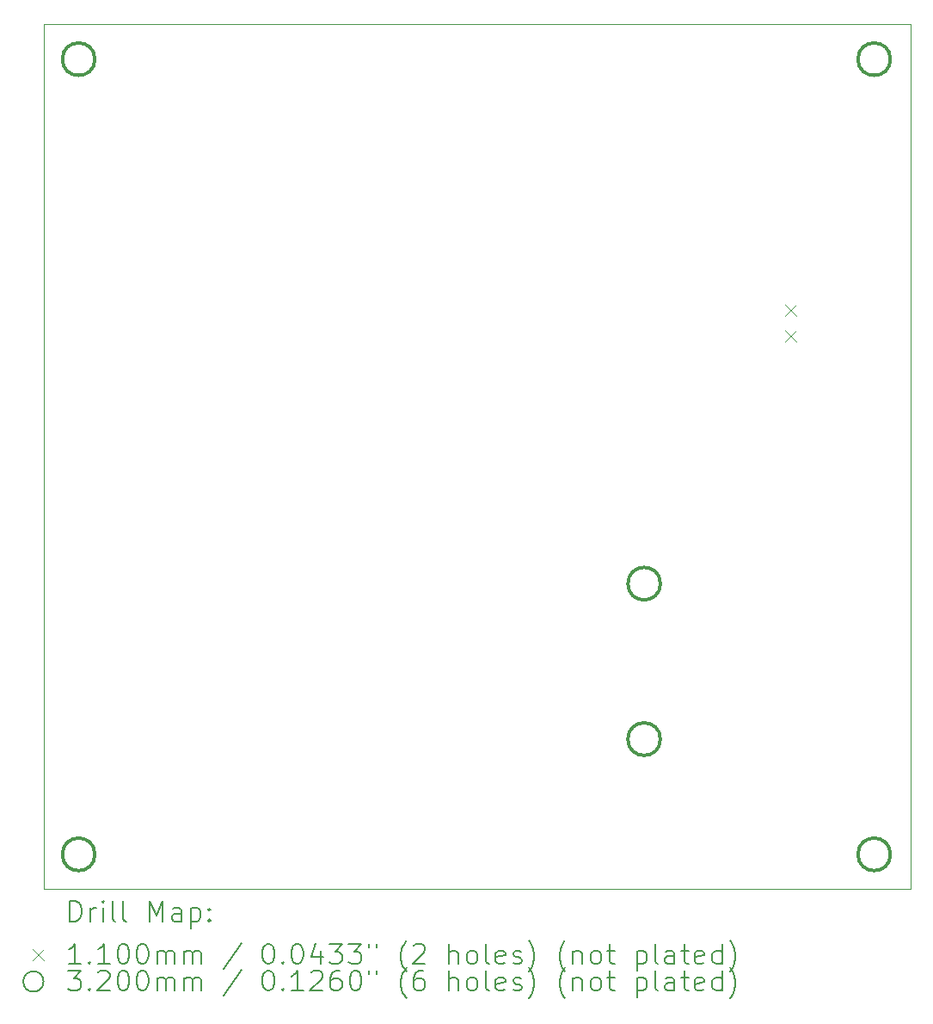
<source format=gbr>
%TF.GenerationSoftware,KiCad,Pcbnew,7.0.7*%
%TF.CreationDate,2023-11-09T13:22:12-08:00*%
%TF.ProjectId,Balance_Bot,42616c61-6e63-4655-9f42-6f742e6b6963,rev?*%
%TF.SameCoordinates,Original*%
%TF.FileFunction,Drillmap*%
%TF.FilePolarity,Positive*%
%FSLAX45Y45*%
G04 Gerber Fmt 4.5, Leading zero omitted, Abs format (unit mm)*
G04 Created by KiCad (PCBNEW 7.0.7) date 2023-11-09 13:22:12*
%MOMM*%
%LPD*%
G01*
G04 APERTURE LIST*
%ADD10C,0.100000*%
%ADD11C,0.200000*%
%ADD12C,0.110000*%
%ADD13C,0.320000*%
G04 APERTURE END LIST*
D10*
X11951700Y-6102100D02*
X20485100Y-6102100D01*
X20485100Y-14611100D01*
X11951700Y-14611100D01*
X11951700Y-6102100D01*
D11*
D12*
X19249000Y-8860400D02*
X19359000Y-8970400D01*
X19359000Y-8860400D02*
X19249000Y-8970400D01*
X19249000Y-9114400D02*
X19359000Y-9224400D01*
X19359000Y-9114400D02*
X19249000Y-9224400D01*
D13*
X12451900Y-6444600D02*
G75*
G03*
X12451900Y-6444600I-160000J0D01*
G01*
X12451900Y-14268600D02*
G75*
G03*
X12451900Y-14268600I-160000J0D01*
G01*
X18020000Y-11605000D02*
G75*
G03*
X18020000Y-11605000I-160000J0D01*
G01*
X18020000Y-13135000D02*
G75*
G03*
X18020000Y-13135000I-160000J0D01*
G01*
X20284900Y-6444600D02*
G75*
G03*
X20284900Y-6444600I-160000J0D01*
G01*
X20284900Y-14268600D02*
G75*
G03*
X20284900Y-14268600I-160000J0D01*
G01*
D11*
X12207477Y-14927584D02*
X12207477Y-14727584D01*
X12207477Y-14727584D02*
X12255096Y-14727584D01*
X12255096Y-14727584D02*
X12283667Y-14737108D01*
X12283667Y-14737108D02*
X12302715Y-14756155D01*
X12302715Y-14756155D02*
X12312239Y-14775203D01*
X12312239Y-14775203D02*
X12321762Y-14813298D01*
X12321762Y-14813298D02*
X12321762Y-14841869D01*
X12321762Y-14841869D02*
X12312239Y-14879965D01*
X12312239Y-14879965D02*
X12302715Y-14899012D01*
X12302715Y-14899012D02*
X12283667Y-14918060D01*
X12283667Y-14918060D02*
X12255096Y-14927584D01*
X12255096Y-14927584D02*
X12207477Y-14927584D01*
X12407477Y-14927584D02*
X12407477Y-14794250D01*
X12407477Y-14832346D02*
X12417001Y-14813298D01*
X12417001Y-14813298D02*
X12426524Y-14803774D01*
X12426524Y-14803774D02*
X12445572Y-14794250D01*
X12445572Y-14794250D02*
X12464620Y-14794250D01*
X12531286Y-14927584D02*
X12531286Y-14794250D01*
X12531286Y-14727584D02*
X12521762Y-14737108D01*
X12521762Y-14737108D02*
X12531286Y-14746631D01*
X12531286Y-14746631D02*
X12540810Y-14737108D01*
X12540810Y-14737108D02*
X12531286Y-14727584D01*
X12531286Y-14727584D02*
X12531286Y-14746631D01*
X12655096Y-14927584D02*
X12636048Y-14918060D01*
X12636048Y-14918060D02*
X12626524Y-14899012D01*
X12626524Y-14899012D02*
X12626524Y-14727584D01*
X12759858Y-14927584D02*
X12740810Y-14918060D01*
X12740810Y-14918060D02*
X12731286Y-14899012D01*
X12731286Y-14899012D02*
X12731286Y-14727584D01*
X12988429Y-14927584D02*
X12988429Y-14727584D01*
X12988429Y-14727584D02*
X13055096Y-14870441D01*
X13055096Y-14870441D02*
X13121762Y-14727584D01*
X13121762Y-14727584D02*
X13121762Y-14927584D01*
X13302715Y-14927584D02*
X13302715Y-14822822D01*
X13302715Y-14822822D02*
X13293191Y-14803774D01*
X13293191Y-14803774D02*
X13274143Y-14794250D01*
X13274143Y-14794250D02*
X13236048Y-14794250D01*
X13236048Y-14794250D02*
X13217001Y-14803774D01*
X13302715Y-14918060D02*
X13283667Y-14927584D01*
X13283667Y-14927584D02*
X13236048Y-14927584D01*
X13236048Y-14927584D02*
X13217001Y-14918060D01*
X13217001Y-14918060D02*
X13207477Y-14899012D01*
X13207477Y-14899012D02*
X13207477Y-14879965D01*
X13207477Y-14879965D02*
X13217001Y-14860917D01*
X13217001Y-14860917D02*
X13236048Y-14851393D01*
X13236048Y-14851393D02*
X13283667Y-14851393D01*
X13283667Y-14851393D02*
X13302715Y-14841869D01*
X13397953Y-14794250D02*
X13397953Y-14994250D01*
X13397953Y-14803774D02*
X13417001Y-14794250D01*
X13417001Y-14794250D02*
X13455096Y-14794250D01*
X13455096Y-14794250D02*
X13474143Y-14803774D01*
X13474143Y-14803774D02*
X13483667Y-14813298D01*
X13483667Y-14813298D02*
X13493191Y-14832346D01*
X13493191Y-14832346D02*
X13493191Y-14889488D01*
X13493191Y-14889488D02*
X13483667Y-14908536D01*
X13483667Y-14908536D02*
X13474143Y-14918060D01*
X13474143Y-14918060D02*
X13455096Y-14927584D01*
X13455096Y-14927584D02*
X13417001Y-14927584D01*
X13417001Y-14927584D02*
X13397953Y-14918060D01*
X13578905Y-14908536D02*
X13588429Y-14918060D01*
X13588429Y-14918060D02*
X13578905Y-14927584D01*
X13578905Y-14927584D02*
X13569382Y-14918060D01*
X13569382Y-14918060D02*
X13578905Y-14908536D01*
X13578905Y-14908536D02*
X13578905Y-14927584D01*
X13578905Y-14803774D02*
X13588429Y-14813298D01*
X13588429Y-14813298D02*
X13578905Y-14822822D01*
X13578905Y-14822822D02*
X13569382Y-14813298D01*
X13569382Y-14813298D02*
X13578905Y-14803774D01*
X13578905Y-14803774D02*
X13578905Y-14822822D01*
D12*
X11836700Y-15201100D02*
X11946700Y-15311100D01*
X11946700Y-15201100D02*
X11836700Y-15311100D01*
D11*
X12312239Y-15347584D02*
X12197953Y-15347584D01*
X12255096Y-15347584D02*
X12255096Y-15147584D01*
X12255096Y-15147584D02*
X12236048Y-15176155D01*
X12236048Y-15176155D02*
X12217001Y-15195203D01*
X12217001Y-15195203D02*
X12197953Y-15204727D01*
X12397953Y-15328536D02*
X12407477Y-15338060D01*
X12407477Y-15338060D02*
X12397953Y-15347584D01*
X12397953Y-15347584D02*
X12388429Y-15338060D01*
X12388429Y-15338060D02*
X12397953Y-15328536D01*
X12397953Y-15328536D02*
X12397953Y-15347584D01*
X12597953Y-15347584D02*
X12483667Y-15347584D01*
X12540810Y-15347584D02*
X12540810Y-15147584D01*
X12540810Y-15147584D02*
X12521762Y-15176155D01*
X12521762Y-15176155D02*
X12502715Y-15195203D01*
X12502715Y-15195203D02*
X12483667Y-15204727D01*
X12721762Y-15147584D02*
X12740810Y-15147584D01*
X12740810Y-15147584D02*
X12759858Y-15157108D01*
X12759858Y-15157108D02*
X12769382Y-15166631D01*
X12769382Y-15166631D02*
X12778905Y-15185679D01*
X12778905Y-15185679D02*
X12788429Y-15223774D01*
X12788429Y-15223774D02*
X12788429Y-15271393D01*
X12788429Y-15271393D02*
X12778905Y-15309488D01*
X12778905Y-15309488D02*
X12769382Y-15328536D01*
X12769382Y-15328536D02*
X12759858Y-15338060D01*
X12759858Y-15338060D02*
X12740810Y-15347584D01*
X12740810Y-15347584D02*
X12721762Y-15347584D01*
X12721762Y-15347584D02*
X12702715Y-15338060D01*
X12702715Y-15338060D02*
X12693191Y-15328536D01*
X12693191Y-15328536D02*
X12683667Y-15309488D01*
X12683667Y-15309488D02*
X12674143Y-15271393D01*
X12674143Y-15271393D02*
X12674143Y-15223774D01*
X12674143Y-15223774D02*
X12683667Y-15185679D01*
X12683667Y-15185679D02*
X12693191Y-15166631D01*
X12693191Y-15166631D02*
X12702715Y-15157108D01*
X12702715Y-15157108D02*
X12721762Y-15147584D01*
X12912239Y-15147584D02*
X12931286Y-15147584D01*
X12931286Y-15147584D02*
X12950334Y-15157108D01*
X12950334Y-15157108D02*
X12959858Y-15166631D01*
X12959858Y-15166631D02*
X12969382Y-15185679D01*
X12969382Y-15185679D02*
X12978905Y-15223774D01*
X12978905Y-15223774D02*
X12978905Y-15271393D01*
X12978905Y-15271393D02*
X12969382Y-15309488D01*
X12969382Y-15309488D02*
X12959858Y-15328536D01*
X12959858Y-15328536D02*
X12950334Y-15338060D01*
X12950334Y-15338060D02*
X12931286Y-15347584D01*
X12931286Y-15347584D02*
X12912239Y-15347584D01*
X12912239Y-15347584D02*
X12893191Y-15338060D01*
X12893191Y-15338060D02*
X12883667Y-15328536D01*
X12883667Y-15328536D02*
X12874143Y-15309488D01*
X12874143Y-15309488D02*
X12864620Y-15271393D01*
X12864620Y-15271393D02*
X12864620Y-15223774D01*
X12864620Y-15223774D02*
X12874143Y-15185679D01*
X12874143Y-15185679D02*
X12883667Y-15166631D01*
X12883667Y-15166631D02*
X12893191Y-15157108D01*
X12893191Y-15157108D02*
X12912239Y-15147584D01*
X13064620Y-15347584D02*
X13064620Y-15214250D01*
X13064620Y-15233298D02*
X13074143Y-15223774D01*
X13074143Y-15223774D02*
X13093191Y-15214250D01*
X13093191Y-15214250D02*
X13121763Y-15214250D01*
X13121763Y-15214250D02*
X13140810Y-15223774D01*
X13140810Y-15223774D02*
X13150334Y-15242822D01*
X13150334Y-15242822D02*
X13150334Y-15347584D01*
X13150334Y-15242822D02*
X13159858Y-15223774D01*
X13159858Y-15223774D02*
X13178905Y-15214250D01*
X13178905Y-15214250D02*
X13207477Y-15214250D01*
X13207477Y-15214250D02*
X13226524Y-15223774D01*
X13226524Y-15223774D02*
X13236048Y-15242822D01*
X13236048Y-15242822D02*
X13236048Y-15347584D01*
X13331286Y-15347584D02*
X13331286Y-15214250D01*
X13331286Y-15233298D02*
X13340810Y-15223774D01*
X13340810Y-15223774D02*
X13359858Y-15214250D01*
X13359858Y-15214250D02*
X13388429Y-15214250D01*
X13388429Y-15214250D02*
X13407477Y-15223774D01*
X13407477Y-15223774D02*
X13417001Y-15242822D01*
X13417001Y-15242822D02*
X13417001Y-15347584D01*
X13417001Y-15242822D02*
X13426524Y-15223774D01*
X13426524Y-15223774D02*
X13445572Y-15214250D01*
X13445572Y-15214250D02*
X13474143Y-15214250D01*
X13474143Y-15214250D02*
X13493191Y-15223774D01*
X13493191Y-15223774D02*
X13502715Y-15242822D01*
X13502715Y-15242822D02*
X13502715Y-15347584D01*
X13893191Y-15138060D02*
X13721763Y-15395203D01*
X14150334Y-15147584D02*
X14169382Y-15147584D01*
X14169382Y-15147584D02*
X14188429Y-15157108D01*
X14188429Y-15157108D02*
X14197953Y-15166631D01*
X14197953Y-15166631D02*
X14207477Y-15185679D01*
X14207477Y-15185679D02*
X14217001Y-15223774D01*
X14217001Y-15223774D02*
X14217001Y-15271393D01*
X14217001Y-15271393D02*
X14207477Y-15309488D01*
X14207477Y-15309488D02*
X14197953Y-15328536D01*
X14197953Y-15328536D02*
X14188429Y-15338060D01*
X14188429Y-15338060D02*
X14169382Y-15347584D01*
X14169382Y-15347584D02*
X14150334Y-15347584D01*
X14150334Y-15347584D02*
X14131286Y-15338060D01*
X14131286Y-15338060D02*
X14121763Y-15328536D01*
X14121763Y-15328536D02*
X14112239Y-15309488D01*
X14112239Y-15309488D02*
X14102715Y-15271393D01*
X14102715Y-15271393D02*
X14102715Y-15223774D01*
X14102715Y-15223774D02*
X14112239Y-15185679D01*
X14112239Y-15185679D02*
X14121763Y-15166631D01*
X14121763Y-15166631D02*
X14131286Y-15157108D01*
X14131286Y-15157108D02*
X14150334Y-15147584D01*
X14302715Y-15328536D02*
X14312239Y-15338060D01*
X14312239Y-15338060D02*
X14302715Y-15347584D01*
X14302715Y-15347584D02*
X14293191Y-15338060D01*
X14293191Y-15338060D02*
X14302715Y-15328536D01*
X14302715Y-15328536D02*
X14302715Y-15347584D01*
X14436048Y-15147584D02*
X14455096Y-15147584D01*
X14455096Y-15147584D02*
X14474144Y-15157108D01*
X14474144Y-15157108D02*
X14483667Y-15166631D01*
X14483667Y-15166631D02*
X14493191Y-15185679D01*
X14493191Y-15185679D02*
X14502715Y-15223774D01*
X14502715Y-15223774D02*
X14502715Y-15271393D01*
X14502715Y-15271393D02*
X14493191Y-15309488D01*
X14493191Y-15309488D02*
X14483667Y-15328536D01*
X14483667Y-15328536D02*
X14474144Y-15338060D01*
X14474144Y-15338060D02*
X14455096Y-15347584D01*
X14455096Y-15347584D02*
X14436048Y-15347584D01*
X14436048Y-15347584D02*
X14417001Y-15338060D01*
X14417001Y-15338060D02*
X14407477Y-15328536D01*
X14407477Y-15328536D02*
X14397953Y-15309488D01*
X14397953Y-15309488D02*
X14388429Y-15271393D01*
X14388429Y-15271393D02*
X14388429Y-15223774D01*
X14388429Y-15223774D02*
X14397953Y-15185679D01*
X14397953Y-15185679D02*
X14407477Y-15166631D01*
X14407477Y-15166631D02*
X14417001Y-15157108D01*
X14417001Y-15157108D02*
X14436048Y-15147584D01*
X14674144Y-15214250D02*
X14674144Y-15347584D01*
X14626525Y-15138060D02*
X14578906Y-15280917D01*
X14578906Y-15280917D02*
X14702715Y-15280917D01*
X14759858Y-15147584D02*
X14883667Y-15147584D01*
X14883667Y-15147584D02*
X14817001Y-15223774D01*
X14817001Y-15223774D02*
X14845572Y-15223774D01*
X14845572Y-15223774D02*
X14864620Y-15233298D01*
X14864620Y-15233298D02*
X14874144Y-15242822D01*
X14874144Y-15242822D02*
X14883667Y-15261869D01*
X14883667Y-15261869D02*
X14883667Y-15309488D01*
X14883667Y-15309488D02*
X14874144Y-15328536D01*
X14874144Y-15328536D02*
X14864620Y-15338060D01*
X14864620Y-15338060D02*
X14845572Y-15347584D01*
X14845572Y-15347584D02*
X14788429Y-15347584D01*
X14788429Y-15347584D02*
X14769382Y-15338060D01*
X14769382Y-15338060D02*
X14759858Y-15328536D01*
X14950334Y-15147584D02*
X15074144Y-15147584D01*
X15074144Y-15147584D02*
X15007477Y-15223774D01*
X15007477Y-15223774D02*
X15036048Y-15223774D01*
X15036048Y-15223774D02*
X15055096Y-15233298D01*
X15055096Y-15233298D02*
X15064620Y-15242822D01*
X15064620Y-15242822D02*
X15074144Y-15261869D01*
X15074144Y-15261869D02*
X15074144Y-15309488D01*
X15074144Y-15309488D02*
X15064620Y-15328536D01*
X15064620Y-15328536D02*
X15055096Y-15338060D01*
X15055096Y-15338060D02*
X15036048Y-15347584D01*
X15036048Y-15347584D02*
X14978906Y-15347584D01*
X14978906Y-15347584D02*
X14959858Y-15338060D01*
X14959858Y-15338060D02*
X14950334Y-15328536D01*
X15150334Y-15147584D02*
X15150334Y-15185679D01*
X15226525Y-15147584D02*
X15226525Y-15185679D01*
X15521763Y-15423774D02*
X15512239Y-15414250D01*
X15512239Y-15414250D02*
X15493191Y-15385679D01*
X15493191Y-15385679D02*
X15483668Y-15366631D01*
X15483668Y-15366631D02*
X15474144Y-15338060D01*
X15474144Y-15338060D02*
X15464620Y-15290441D01*
X15464620Y-15290441D02*
X15464620Y-15252346D01*
X15464620Y-15252346D02*
X15474144Y-15204727D01*
X15474144Y-15204727D02*
X15483668Y-15176155D01*
X15483668Y-15176155D02*
X15493191Y-15157108D01*
X15493191Y-15157108D02*
X15512239Y-15128536D01*
X15512239Y-15128536D02*
X15521763Y-15119012D01*
X15588429Y-15166631D02*
X15597953Y-15157108D01*
X15597953Y-15157108D02*
X15617001Y-15147584D01*
X15617001Y-15147584D02*
X15664620Y-15147584D01*
X15664620Y-15147584D02*
X15683668Y-15157108D01*
X15683668Y-15157108D02*
X15693191Y-15166631D01*
X15693191Y-15166631D02*
X15702715Y-15185679D01*
X15702715Y-15185679D02*
X15702715Y-15204727D01*
X15702715Y-15204727D02*
X15693191Y-15233298D01*
X15693191Y-15233298D02*
X15578906Y-15347584D01*
X15578906Y-15347584D02*
X15702715Y-15347584D01*
X15940810Y-15347584D02*
X15940810Y-15147584D01*
X16026525Y-15347584D02*
X16026525Y-15242822D01*
X16026525Y-15242822D02*
X16017001Y-15223774D01*
X16017001Y-15223774D02*
X15997953Y-15214250D01*
X15997953Y-15214250D02*
X15969382Y-15214250D01*
X15969382Y-15214250D02*
X15950334Y-15223774D01*
X15950334Y-15223774D02*
X15940810Y-15233298D01*
X16150334Y-15347584D02*
X16131287Y-15338060D01*
X16131287Y-15338060D02*
X16121763Y-15328536D01*
X16121763Y-15328536D02*
X16112239Y-15309488D01*
X16112239Y-15309488D02*
X16112239Y-15252346D01*
X16112239Y-15252346D02*
X16121763Y-15233298D01*
X16121763Y-15233298D02*
X16131287Y-15223774D01*
X16131287Y-15223774D02*
X16150334Y-15214250D01*
X16150334Y-15214250D02*
X16178906Y-15214250D01*
X16178906Y-15214250D02*
X16197953Y-15223774D01*
X16197953Y-15223774D02*
X16207477Y-15233298D01*
X16207477Y-15233298D02*
X16217001Y-15252346D01*
X16217001Y-15252346D02*
X16217001Y-15309488D01*
X16217001Y-15309488D02*
X16207477Y-15328536D01*
X16207477Y-15328536D02*
X16197953Y-15338060D01*
X16197953Y-15338060D02*
X16178906Y-15347584D01*
X16178906Y-15347584D02*
X16150334Y-15347584D01*
X16331287Y-15347584D02*
X16312239Y-15338060D01*
X16312239Y-15338060D02*
X16302715Y-15319012D01*
X16302715Y-15319012D02*
X16302715Y-15147584D01*
X16483668Y-15338060D02*
X16464620Y-15347584D01*
X16464620Y-15347584D02*
X16426525Y-15347584D01*
X16426525Y-15347584D02*
X16407477Y-15338060D01*
X16407477Y-15338060D02*
X16397953Y-15319012D01*
X16397953Y-15319012D02*
X16397953Y-15242822D01*
X16397953Y-15242822D02*
X16407477Y-15223774D01*
X16407477Y-15223774D02*
X16426525Y-15214250D01*
X16426525Y-15214250D02*
X16464620Y-15214250D01*
X16464620Y-15214250D02*
X16483668Y-15223774D01*
X16483668Y-15223774D02*
X16493191Y-15242822D01*
X16493191Y-15242822D02*
X16493191Y-15261869D01*
X16493191Y-15261869D02*
X16397953Y-15280917D01*
X16569382Y-15338060D02*
X16588430Y-15347584D01*
X16588430Y-15347584D02*
X16626525Y-15347584D01*
X16626525Y-15347584D02*
X16645572Y-15338060D01*
X16645572Y-15338060D02*
X16655096Y-15319012D01*
X16655096Y-15319012D02*
X16655096Y-15309488D01*
X16655096Y-15309488D02*
X16645572Y-15290441D01*
X16645572Y-15290441D02*
X16626525Y-15280917D01*
X16626525Y-15280917D02*
X16597953Y-15280917D01*
X16597953Y-15280917D02*
X16578906Y-15271393D01*
X16578906Y-15271393D02*
X16569382Y-15252346D01*
X16569382Y-15252346D02*
X16569382Y-15242822D01*
X16569382Y-15242822D02*
X16578906Y-15223774D01*
X16578906Y-15223774D02*
X16597953Y-15214250D01*
X16597953Y-15214250D02*
X16626525Y-15214250D01*
X16626525Y-15214250D02*
X16645572Y-15223774D01*
X16721763Y-15423774D02*
X16731287Y-15414250D01*
X16731287Y-15414250D02*
X16750334Y-15385679D01*
X16750334Y-15385679D02*
X16759858Y-15366631D01*
X16759858Y-15366631D02*
X16769382Y-15338060D01*
X16769382Y-15338060D02*
X16778906Y-15290441D01*
X16778906Y-15290441D02*
X16778906Y-15252346D01*
X16778906Y-15252346D02*
X16769382Y-15204727D01*
X16769382Y-15204727D02*
X16759858Y-15176155D01*
X16759858Y-15176155D02*
X16750334Y-15157108D01*
X16750334Y-15157108D02*
X16731287Y-15128536D01*
X16731287Y-15128536D02*
X16721763Y-15119012D01*
X17083668Y-15423774D02*
X17074144Y-15414250D01*
X17074144Y-15414250D02*
X17055096Y-15385679D01*
X17055096Y-15385679D02*
X17045573Y-15366631D01*
X17045573Y-15366631D02*
X17036049Y-15338060D01*
X17036049Y-15338060D02*
X17026525Y-15290441D01*
X17026525Y-15290441D02*
X17026525Y-15252346D01*
X17026525Y-15252346D02*
X17036049Y-15204727D01*
X17036049Y-15204727D02*
X17045573Y-15176155D01*
X17045573Y-15176155D02*
X17055096Y-15157108D01*
X17055096Y-15157108D02*
X17074144Y-15128536D01*
X17074144Y-15128536D02*
X17083668Y-15119012D01*
X17159858Y-15214250D02*
X17159858Y-15347584D01*
X17159858Y-15233298D02*
X17169382Y-15223774D01*
X17169382Y-15223774D02*
X17188430Y-15214250D01*
X17188430Y-15214250D02*
X17217001Y-15214250D01*
X17217001Y-15214250D02*
X17236049Y-15223774D01*
X17236049Y-15223774D02*
X17245573Y-15242822D01*
X17245573Y-15242822D02*
X17245573Y-15347584D01*
X17369382Y-15347584D02*
X17350334Y-15338060D01*
X17350334Y-15338060D02*
X17340811Y-15328536D01*
X17340811Y-15328536D02*
X17331287Y-15309488D01*
X17331287Y-15309488D02*
X17331287Y-15252346D01*
X17331287Y-15252346D02*
X17340811Y-15233298D01*
X17340811Y-15233298D02*
X17350334Y-15223774D01*
X17350334Y-15223774D02*
X17369382Y-15214250D01*
X17369382Y-15214250D02*
X17397954Y-15214250D01*
X17397954Y-15214250D02*
X17417001Y-15223774D01*
X17417001Y-15223774D02*
X17426525Y-15233298D01*
X17426525Y-15233298D02*
X17436049Y-15252346D01*
X17436049Y-15252346D02*
X17436049Y-15309488D01*
X17436049Y-15309488D02*
X17426525Y-15328536D01*
X17426525Y-15328536D02*
X17417001Y-15338060D01*
X17417001Y-15338060D02*
X17397954Y-15347584D01*
X17397954Y-15347584D02*
X17369382Y-15347584D01*
X17493192Y-15214250D02*
X17569382Y-15214250D01*
X17521763Y-15147584D02*
X17521763Y-15319012D01*
X17521763Y-15319012D02*
X17531287Y-15338060D01*
X17531287Y-15338060D02*
X17550334Y-15347584D01*
X17550334Y-15347584D02*
X17569382Y-15347584D01*
X17788430Y-15214250D02*
X17788430Y-15414250D01*
X17788430Y-15223774D02*
X17807477Y-15214250D01*
X17807477Y-15214250D02*
X17845573Y-15214250D01*
X17845573Y-15214250D02*
X17864620Y-15223774D01*
X17864620Y-15223774D02*
X17874144Y-15233298D01*
X17874144Y-15233298D02*
X17883668Y-15252346D01*
X17883668Y-15252346D02*
X17883668Y-15309488D01*
X17883668Y-15309488D02*
X17874144Y-15328536D01*
X17874144Y-15328536D02*
X17864620Y-15338060D01*
X17864620Y-15338060D02*
X17845573Y-15347584D01*
X17845573Y-15347584D02*
X17807477Y-15347584D01*
X17807477Y-15347584D02*
X17788430Y-15338060D01*
X17997954Y-15347584D02*
X17978906Y-15338060D01*
X17978906Y-15338060D02*
X17969382Y-15319012D01*
X17969382Y-15319012D02*
X17969382Y-15147584D01*
X18159858Y-15347584D02*
X18159858Y-15242822D01*
X18159858Y-15242822D02*
X18150335Y-15223774D01*
X18150335Y-15223774D02*
X18131287Y-15214250D01*
X18131287Y-15214250D02*
X18093192Y-15214250D01*
X18093192Y-15214250D02*
X18074144Y-15223774D01*
X18159858Y-15338060D02*
X18140811Y-15347584D01*
X18140811Y-15347584D02*
X18093192Y-15347584D01*
X18093192Y-15347584D02*
X18074144Y-15338060D01*
X18074144Y-15338060D02*
X18064620Y-15319012D01*
X18064620Y-15319012D02*
X18064620Y-15299965D01*
X18064620Y-15299965D02*
X18074144Y-15280917D01*
X18074144Y-15280917D02*
X18093192Y-15271393D01*
X18093192Y-15271393D02*
X18140811Y-15271393D01*
X18140811Y-15271393D02*
X18159858Y-15261869D01*
X18226525Y-15214250D02*
X18302715Y-15214250D01*
X18255096Y-15147584D02*
X18255096Y-15319012D01*
X18255096Y-15319012D02*
X18264620Y-15338060D01*
X18264620Y-15338060D02*
X18283668Y-15347584D01*
X18283668Y-15347584D02*
X18302715Y-15347584D01*
X18445573Y-15338060D02*
X18426525Y-15347584D01*
X18426525Y-15347584D02*
X18388430Y-15347584D01*
X18388430Y-15347584D02*
X18369382Y-15338060D01*
X18369382Y-15338060D02*
X18359858Y-15319012D01*
X18359858Y-15319012D02*
X18359858Y-15242822D01*
X18359858Y-15242822D02*
X18369382Y-15223774D01*
X18369382Y-15223774D02*
X18388430Y-15214250D01*
X18388430Y-15214250D02*
X18426525Y-15214250D01*
X18426525Y-15214250D02*
X18445573Y-15223774D01*
X18445573Y-15223774D02*
X18455096Y-15242822D01*
X18455096Y-15242822D02*
X18455096Y-15261869D01*
X18455096Y-15261869D02*
X18359858Y-15280917D01*
X18626525Y-15347584D02*
X18626525Y-15147584D01*
X18626525Y-15338060D02*
X18607477Y-15347584D01*
X18607477Y-15347584D02*
X18569382Y-15347584D01*
X18569382Y-15347584D02*
X18550335Y-15338060D01*
X18550335Y-15338060D02*
X18540811Y-15328536D01*
X18540811Y-15328536D02*
X18531287Y-15309488D01*
X18531287Y-15309488D02*
X18531287Y-15252346D01*
X18531287Y-15252346D02*
X18540811Y-15233298D01*
X18540811Y-15233298D02*
X18550335Y-15223774D01*
X18550335Y-15223774D02*
X18569382Y-15214250D01*
X18569382Y-15214250D02*
X18607477Y-15214250D01*
X18607477Y-15214250D02*
X18626525Y-15223774D01*
X18702716Y-15423774D02*
X18712239Y-15414250D01*
X18712239Y-15414250D02*
X18731287Y-15385679D01*
X18731287Y-15385679D02*
X18740811Y-15366631D01*
X18740811Y-15366631D02*
X18750335Y-15338060D01*
X18750335Y-15338060D02*
X18759858Y-15290441D01*
X18759858Y-15290441D02*
X18759858Y-15252346D01*
X18759858Y-15252346D02*
X18750335Y-15204727D01*
X18750335Y-15204727D02*
X18740811Y-15176155D01*
X18740811Y-15176155D02*
X18731287Y-15157108D01*
X18731287Y-15157108D02*
X18712239Y-15128536D01*
X18712239Y-15128536D02*
X18702716Y-15119012D01*
X11946700Y-15520100D02*
G75*
G03*
X11946700Y-15520100I-100000J0D01*
G01*
X12188429Y-15411584D02*
X12312239Y-15411584D01*
X12312239Y-15411584D02*
X12245572Y-15487774D01*
X12245572Y-15487774D02*
X12274143Y-15487774D01*
X12274143Y-15487774D02*
X12293191Y-15497298D01*
X12293191Y-15497298D02*
X12302715Y-15506822D01*
X12302715Y-15506822D02*
X12312239Y-15525869D01*
X12312239Y-15525869D02*
X12312239Y-15573488D01*
X12312239Y-15573488D02*
X12302715Y-15592536D01*
X12302715Y-15592536D02*
X12293191Y-15602060D01*
X12293191Y-15602060D02*
X12274143Y-15611584D01*
X12274143Y-15611584D02*
X12217001Y-15611584D01*
X12217001Y-15611584D02*
X12197953Y-15602060D01*
X12197953Y-15602060D02*
X12188429Y-15592536D01*
X12397953Y-15592536D02*
X12407477Y-15602060D01*
X12407477Y-15602060D02*
X12397953Y-15611584D01*
X12397953Y-15611584D02*
X12388429Y-15602060D01*
X12388429Y-15602060D02*
X12397953Y-15592536D01*
X12397953Y-15592536D02*
X12397953Y-15611584D01*
X12483667Y-15430631D02*
X12493191Y-15421108D01*
X12493191Y-15421108D02*
X12512239Y-15411584D01*
X12512239Y-15411584D02*
X12559858Y-15411584D01*
X12559858Y-15411584D02*
X12578905Y-15421108D01*
X12578905Y-15421108D02*
X12588429Y-15430631D01*
X12588429Y-15430631D02*
X12597953Y-15449679D01*
X12597953Y-15449679D02*
X12597953Y-15468727D01*
X12597953Y-15468727D02*
X12588429Y-15497298D01*
X12588429Y-15497298D02*
X12474143Y-15611584D01*
X12474143Y-15611584D02*
X12597953Y-15611584D01*
X12721762Y-15411584D02*
X12740810Y-15411584D01*
X12740810Y-15411584D02*
X12759858Y-15421108D01*
X12759858Y-15421108D02*
X12769382Y-15430631D01*
X12769382Y-15430631D02*
X12778905Y-15449679D01*
X12778905Y-15449679D02*
X12788429Y-15487774D01*
X12788429Y-15487774D02*
X12788429Y-15535393D01*
X12788429Y-15535393D02*
X12778905Y-15573488D01*
X12778905Y-15573488D02*
X12769382Y-15592536D01*
X12769382Y-15592536D02*
X12759858Y-15602060D01*
X12759858Y-15602060D02*
X12740810Y-15611584D01*
X12740810Y-15611584D02*
X12721762Y-15611584D01*
X12721762Y-15611584D02*
X12702715Y-15602060D01*
X12702715Y-15602060D02*
X12693191Y-15592536D01*
X12693191Y-15592536D02*
X12683667Y-15573488D01*
X12683667Y-15573488D02*
X12674143Y-15535393D01*
X12674143Y-15535393D02*
X12674143Y-15487774D01*
X12674143Y-15487774D02*
X12683667Y-15449679D01*
X12683667Y-15449679D02*
X12693191Y-15430631D01*
X12693191Y-15430631D02*
X12702715Y-15421108D01*
X12702715Y-15421108D02*
X12721762Y-15411584D01*
X12912239Y-15411584D02*
X12931286Y-15411584D01*
X12931286Y-15411584D02*
X12950334Y-15421108D01*
X12950334Y-15421108D02*
X12959858Y-15430631D01*
X12959858Y-15430631D02*
X12969382Y-15449679D01*
X12969382Y-15449679D02*
X12978905Y-15487774D01*
X12978905Y-15487774D02*
X12978905Y-15535393D01*
X12978905Y-15535393D02*
X12969382Y-15573488D01*
X12969382Y-15573488D02*
X12959858Y-15592536D01*
X12959858Y-15592536D02*
X12950334Y-15602060D01*
X12950334Y-15602060D02*
X12931286Y-15611584D01*
X12931286Y-15611584D02*
X12912239Y-15611584D01*
X12912239Y-15611584D02*
X12893191Y-15602060D01*
X12893191Y-15602060D02*
X12883667Y-15592536D01*
X12883667Y-15592536D02*
X12874143Y-15573488D01*
X12874143Y-15573488D02*
X12864620Y-15535393D01*
X12864620Y-15535393D02*
X12864620Y-15487774D01*
X12864620Y-15487774D02*
X12874143Y-15449679D01*
X12874143Y-15449679D02*
X12883667Y-15430631D01*
X12883667Y-15430631D02*
X12893191Y-15421108D01*
X12893191Y-15421108D02*
X12912239Y-15411584D01*
X13064620Y-15611584D02*
X13064620Y-15478250D01*
X13064620Y-15497298D02*
X13074143Y-15487774D01*
X13074143Y-15487774D02*
X13093191Y-15478250D01*
X13093191Y-15478250D02*
X13121763Y-15478250D01*
X13121763Y-15478250D02*
X13140810Y-15487774D01*
X13140810Y-15487774D02*
X13150334Y-15506822D01*
X13150334Y-15506822D02*
X13150334Y-15611584D01*
X13150334Y-15506822D02*
X13159858Y-15487774D01*
X13159858Y-15487774D02*
X13178905Y-15478250D01*
X13178905Y-15478250D02*
X13207477Y-15478250D01*
X13207477Y-15478250D02*
X13226524Y-15487774D01*
X13226524Y-15487774D02*
X13236048Y-15506822D01*
X13236048Y-15506822D02*
X13236048Y-15611584D01*
X13331286Y-15611584D02*
X13331286Y-15478250D01*
X13331286Y-15497298D02*
X13340810Y-15487774D01*
X13340810Y-15487774D02*
X13359858Y-15478250D01*
X13359858Y-15478250D02*
X13388429Y-15478250D01*
X13388429Y-15478250D02*
X13407477Y-15487774D01*
X13407477Y-15487774D02*
X13417001Y-15506822D01*
X13417001Y-15506822D02*
X13417001Y-15611584D01*
X13417001Y-15506822D02*
X13426524Y-15487774D01*
X13426524Y-15487774D02*
X13445572Y-15478250D01*
X13445572Y-15478250D02*
X13474143Y-15478250D01*
X13474143Y-15478250D02*
X13493191Y-15487774D01*
X13493191Y-15487774D02*
X13502715Y-15506822D01*
X13502715Y-15506822D02*
X13502715Y-15611584D01*
X13893191Y-15402060D02*
X13721763Y-15659203D01*
X14150334Y-15411584D02*
X14169382Y-15411584D01*
X14169382Y-15411584D02*
X14188429Y-15421108D01*
X14188429Y-15421108D02*
X14197953Y-15430631D01*
X14197953Y-15430631D02*
X14207477Y-15449679D01*
X14207477Y-15449679D02*
X14217001Y-15487774D01*
X14217001Y-15487774D02*
X14217001Y-15535393D01*
X14217001Y-15535393D02*
X14207477Y-15573488D01*
X14207477Y-15573488D02*
X14197953Y-15592536D01*
X14197953Y-15592536D02*
X14188429Y-15602060D01*
X14188429Y-15602060D02*
X14169382Y-15611584D01*
X14169382Y-15611584D02*
X14150334Y-15611584D01*
X14150334Y-15611584D02*
X14131286Y-15602060D01*
X14131286Y-15602060D02*
X14121763Y-15592536D01*
X14121763Y-15592536D02*
X14112239Y-15573488D01*
X14112239Y-15573488D02*
X14102715Y-15535393D01*
X14102715Y-15535393D02*
X14102715Y-15487774D01*
X14102715Y-15487774D02*
X14112239Y-15449679D01*
X14112239Y-15449679D02*
X14121763Y-15430631D01*
X14121763Y-15430631D02*
X14131286Y-15421108D01*
X14131286Y-15421108D02*
X14150334Y-15411584D01*
X14302715Y-15592536D02*
X14312239Y-15602060D01*
X14312239Y-15602060D02*
X14302715Y-15611584D01*
X14302715Y-15611584D02*
X14293191Y-15602060D01*
X14293191Y-15602060D02*
X14302715Y-15592536D01*
X14302715Y-15592536D02*
X14302715Y-15611584D01*
X14502715Y-15611584D02*
X14388429Y-15611584D01*
X14445572Y-15611584D02*
X14445572Y-15411584D01*
X14445572Y-15411584D02*
X14426525Y-15440155D01*
X14426525Y-15440155D02*
X14407477Y-15459203D01*
X14407477Y-15459203D02*
X14388429Y-15468727D01*
X14578906Y-15430631D02*
X14588429Y-15421108D01*
X14588429Y-15421108D02*
X14607477Y-15411584D01*
X14607477Y-15411584D02*
X14655096Y-15411584D01*
X14655096Y-15411584D02*
X14674144Y-15421108D01*
X14674144Y-15421108D02*
X14683667Y-15430631D01*
X14683667Y-15430631D02*
X14693191Y-15449679D01*
X14693191Y-15449679D02*
X14693191Y-15468727D01*
X14693191Y-15468727D02*
X14683667Y-15497298D01*
X14683667Y-15497298D02*
X14569382Y-15611584D01*
X14569382Y-15611584D02*
X14693191Y-15611584D01*
X14864620Y-15411584D02*
X14826525Y-15411584D01*
X14826525Y-15411584D02*
X14807477Y-15421108D01*
X14807477Y-15421108D02*
X14797953Y-15430631D01*
X14797953Y-15430631D02*
X14778906Y-15459203D01*
X14778906Y-15459203D02*
X14769382Y-15497298D01*
X14769382Y-15497298D02*
X14769382Y-15573488D01*
X14769382Y-15573488D02*
X14778906Y-15592536D01*
X14778906Y-15592536D02*
X14788429Y-15602060D01*
X14788429Y-15602060D02*
X14807477Y-15611584D01*
X14807477Y-15611584D02*
X14845572Y-15611584D01*
X14845572Y-15611584D02*
X14864620Y-15602060D01*
X14864620Y-15602060D02*
X14874144Y-15592536D01*
X14874144Y-15592536D02*
X14883667Y-15573488D01*
X14883667Y-15573488D02*
X14883667Y-15525869D01*
X14883667Y-15525869D02*
X14874144Y-15506822D01*
X14874144Y-15506822D02*
X14864620Y-15497298D01*
X14864620Y-15497298D02*
X14845572Y-15487774D01*
X14845572Y-15487774D02*
X14807477Y-15487774D01*
X14807477Y-15487774D02*
X14788429Y-15497298D01*
X14788429Y-15497298D02*
X14778906Y-15506822D01*
X14778906Y-15506822D02*
X14769382Y-15525869D01*
X15007477Y-15411584D02*
X15026525Y-15411584D01*
X15026525Y-15411584D02*
X15045572Y-15421108D01*
X15045572Y-15421108D02*
X15055096Y-15430631D01*
X15055096Y-15430631D02*
X15064620Y-15449679D01*
X15064620Y-15449679D02*
X15074144Y-15487774D01*
X15074144Y-15487774D02*
X15074144Y-15535393D01*
X15074144Y-15535393D02*
X15064620Y-15573488D01*
X15064620Y-15573488D02*
X15055096Y-15592536D01*
X15055096Y-15592536D02*
X15045572Y-15602060D01*
X15045572Y-15602060D02*
X15026525Y-15611584D01*
X15026525Y-15611584D02*
X15007477Y-15611584D01*
X15007477Y-15611584D02*
X14988429Y-15602060D01*
X14988429Y-15602060D02*
X14978906Y-15592536D01*
X14978906Y-15592536D02*
X14969382Y-15573488D01*
X14969382Y-15573488D02*
X14959858Y-15535393D01*
X14959858Y-15535393D02*
X14959858Y-15487774D01*
X14959858Y-15487774D02*
X14969382Y-15449679D01*
X14969382Y-15449679D02*
X14978906Y-15430631D01*
X14978906Y-15430631D02*
X14988429Y-15421108D01*
X14988429Y-15421108D02*
X15007477Y-15411584D01*
X15150334Y-15411584D02*
X15150334Y-15449679D01*
X15226525Y-15411584D02*
X15226525Y-15449679D01*
X15521763Y-15687774D02*
X15512239Y-15678250D01*
X15512239Y-15678250D02*
X15493191Y-15649679D01*
X15493191Y-15649679D02*
X15483668Y-15630631D01*
X15483668Y-15630631D02*
X15474144Y-15602060D01*
X15474144Y-15602060D02*
X15464620Y-15554441D01*
X15464620Y-15554441D02*
X15464620Y-15516346D01*
X15464620Y-15516346D02*
X15474144Y-15468727D01*
X15474144Y-15468727D02*
X15483668Y-15440155D01*
X15483668Y-15440155D02*
X15493191Y-15421108D01*
X15493191Y-15421108D02*
X15512239Y-15392536D01*
X15512239Y-15392536D02*
X15521763Y-15383012D01*
X15683668Y-15411584D02*
X15645572Y-15411584D01*
X15645572Y-15411584D02*
X15626525Y-15421108D01*
X15626525Y-15421108D02*
X15617001Y-15430631D01*
X15617001Y-15430631D02*
X15597953Y-15459203D01*
X15597953Y-15459203D02*
X15588429Y-15497298D01*
X15588429Y-15497298D02*
X15588429Y-15573488D01*
X15588429Y-15573488D02*
X15597953Y-15592536D01*
X15597953Y-15592536D02*
X15607477Y-15602060D01*
X15607477Y-15602060D02*
X15626525Y-15611584D01*
X15626525Y-15611584D02*
X15664620Y-15611584D01*
X15664620Y-15611584D02*
X15683668Y-15602060D01*
X15683668Y-15602060D02*
X15693191Y-15592536D01*
X15693191Y-15592536D02*
X15702715Y-15573488D01*
X15702715Y-15573488D02*
X15702715Y-15525869D01*
X15702715Y-15525869D02*
X15693191Y-15506822D01*
X15693191Y-15506822D02*
X15683668Y-15497298D01*
X15683668Y-15497298D02*
X15664620Y-15487774D01*
X15664620Y-15487774D02*
X15626525Y-15487774D01*
X15626525Y-15487774D02*
X15607477Y-15497298D01*
X15607477Y-15497298D02*
X15597953Y-15506822D01*
X15597953Y-15506822D02*
X15588429Y-15525869D01*
X15940810Y-15611584D02*
X15940810Y-15411584D01*
X16026525Y-15611584D02*
X16026525Y-15506822D01*
X16026525Y-15506822D02*
X16017001Y-15487774D01*
X16017001Y-15487774D02*
X15997953Y-15478250D01*
X15997953Y-15478250D02*
X15969382Y-15478250D01*
X15969382Y-15478250D02*
X15950334Y-15487774D01*
X15950334Y-15487774D02*
X15940810Y-15497298D01*
X16150334Y-15611584D02*
X16131287Y-15602060D01*
X16131287Y-15602060D02*
X16121763Y-15592536D01*
X16121763Y-15592536D02*
X16112239Y-15573488D01*
X16112239Y-15573488D02*
X16112239Y-15516346D01*
X16112239Y-15516346D02*
X16121763Y-15497298D01*
X16121763Y-15497298D02*
X16131287Y-15487774D01*
X16131287Y-15487774D02*
X16150334Y-15478250D01*
X16150334Y-15478250D02*
X16178906Y-15478250D01*
X16178906Y-15478250D02*
X16197953Y-15487774D01*
X16197953Y-15487774D02*
X16207477Y-15497298D01*
X16207477Y-15497298D02*
X16217001Y-15516346D01*
X16217001Y-15516346D02*
X16217001Y-15573488D01*
X16217001Y-15573488D02*
X16207477Y-15592536D01*
X16207477Y-15592536D02*
X16197953Y-15602060D01*
X16197953Y-15602060D02*
X16178906Y-15611584D01*
X16178906Y-15611584D02*
X16150334Y-15611584D01*
X16331287Y-15611584D02*
X16312239Y-15602060D01*
X16312239Y-15602060D02*
X16302715Y-15583012D01*
X16302715Y-15583012D02*
X16302715Y-15411584D01*
X16483668Y-15602060D02*
X16464620Y-15611584D01*
X16464620Y-15611584D02*
X16426525Y-15611584D01*
X16426525Y-15611584D02*
X16407477Y-15602060D01*
X16407477Y-15602060D02*
X16397953Y-15583012D01*
X16397953Y-15583012D02*
X16397953Y-15506822D01*
X16397953Y-15506822D02*
X16407477Y-15487774D01*
X16407477Y-15487774D02*
X16426525Y-15478250D01*
X16426525Y-15478250D02*
X16464620Y-15478250D01*
X16464620Y-15478250D02*
X16483668Y-15487774D01*
X16483668Y-15487774D02*
X16493191Y-15506822D01*
X16493191Y-15506822D02*
X16493191Y-15525869D01*
X16493191Y-15525869D02*
X16397953Y-15544917D01*
X16569382Y-15602060D02*
X16588430Y-15611584D01*
X16588430Y-15611584D02*
X16626525Y-15611584D01*
X16626525Y-15611584D02*
X16645572Y-15602060D01*
X16645572Y-15602060D02*
X16655096Y-15583012D01*
X16655096Y-15583012D02*
X16655096Y-15573488D01*
X16655096Y-15573488D02*
X16645572Y-15554441D01*
X16645572Y-15554441D02*
X16626525Y-15544917D01*
X16626525Y-15544917D02*
X16597953Y-15544917D01*
X16597953Y-15544917D02*
X16578906Y-15535393D01*
X16578906Y-15535393D02*
X16569382Y-15516346D01*
X16569382Y-15516346D02*
X16569382Y-15506822D01*
X16569382Y-15506822D02*
X16578906Y-15487774D01*
X16578906Y-15487774D02*
X16597953Y-15478250D01*
X16597953Y-15478250D02*
X16626525Y-15478250D01*
X16626525Y-15478250D02*
X16645572Y-15487774D01*
X16721763Y-15687774D02*
X16731287Y-15678250D01*
X16731287Y-15678250D02*
X16750334Y-15649679D01*
X16750334Y-15649679D02*
X16759858Y-15630631D01*
X16759858Y-15630631D02*
X16769382Y-15602060D01*
X16769382Y-15602060D02*
X16778906Y-15554441D01*
X16778906Y-15554441D02*
X16778906Y-15516346D01*
X16778906Y-15516346D02*
X16769382Y-15468727D01*
X16769382Y-15468727D02*
X16759858Y-15440155D01*
X16759858Y-15440155D02*
X16750334Y-15421108D01*
X16750334Y-15421108D02*
X16731287Y-15392536D01*
X16731287Y-15392536D02*
X16721763Y-15383012D01*
X17083668Y-15687774D02*
X17074144Y-15678250D01*
X17074144Y-15678250D02*
X17055096Y-15649679D01*
X17055096Y-15649679D02*
X17045573Y-15630631D01*
X17045573Y-15630631D02*
X17036049Y-15602060D01*
X17036049Y-15602060D02*
X17026525Y-15554441D01*
X17026525Y-15554441D02*
X17026525Y-15516346D01*
X17026525Y-15516346D02*
X17036049Y-15468727D01*
X17036049Y-15468727D02*
X17045573Y-15440155D01*
X17045573Y-15440155D02*
X17055096Y-15421108D01*
X17055096Y-15421108D02*
X17074144Y-15392536D01*
X17074144Y-15392536D02*
X17083668Y-15383012D01*
X17159858Y-15478250D02*
X17159858Y-15611584D01*
X17159858Y-15497298D02*
X17169382Y-15487774D01*
X17169382Y-15487774D02*
X17188430Y-15478250D01*
X17188430Y-15478250D02*
X17217001Y-15478250D01*
X17217001Y-15478250D02*
X17236049Y-15487774D01*
X17236049Y-15487774D02*
X17245573Y-15506822D01*
X17245573Y-15506822D02*
X17245573Y-15611584D01*
X17369382Y-15611584D02*
X17350334Y-15602060D01*
X17350334Y-15602060D02*
X17340811Y-15592536D01*
X17340811Y-15592536D02*
X17331287Y-15573488D01*
X17331287Y-15573488D02*
X17331287Y-15516346D01*
X17331287Y-15516346D02*
X17340811Y-15497298D01*
X17340811Y-15497298D02*
X17350334Y-15487774D01*
X17350334Y-15487774D02*
X17369382Y-15478250D01*
X17369382Y-15478250D02*
X17397954Y-15478250D01*
X17397954Y-15478250D02*
X17417001Y-15487774D01*
X17417001Y-15487774D02*
X17426525Y-15497298D01*
X17426525Y-15497298D02*
X17436049Y-15516346D01*
X17436049Y-15516346D02*
X17436049Y-15573488D01*
X17436049Y-15573488D02*
X17426525Y-15592536D01*
X17426525Y-15592536D02*
X17417001Y-15602060D01*
X17417001Y-15602060D02*
X17397954Y-15611584D01*
X17397954Y-15611584D02*
X17369382Y-15611584D01*
X17493192Y-15478250D02*
X17569382Y-15478250D01*
X17521763Y-15411584D02*
X17521763Y-15583012D01*
X17521763Y-15583012D02*
X17531287Y-15602060D01*
X17531287Y-15602060D02*
X17550334Y-15611584D01*
X17550334Y-15611584D02*
X17569382Y-15611584D01*
X17788430Y-15478250D02*
X17788430Y-15678250D01*
X17788430Y-15487774D02*
X17807477Y-15478250D01*
X17807477Y-15478250D02*
X17845573Y-15478250D01*
X17845573Y-15478250D02*
X17864620Y-15487774D01*
X17864620Y-15487774D02*
X17874144Y-15497298D01*
X17874144Y-15497298D02*
X17883668Y-15516346D01*
X17883668Y-15516346D02*
X17883668Y-15573488D01*
X17883668Y-15573488D02*
X17874144Y-15592536D01*
X17874144Y-15592536D02*
X17864620Y-15602060D01*
X17864620Y-15602060D02*
X17845573Y-15611584D01*
X17845573Y-15611584D02*
X17807477Y-15611584D01*
X17807477Y-15611584D02*
X17788430Y-15602060D01*
X17997954Y-15611584D02*
X17978906Y-15602060D01*
X17978906Y-15602060D02*
X17969382Y-15583012D01*
X17969382Y-15583012D02*
X17969382Y-15411584D01*
X18159858Y-15611584D02*
X18159858Y-15506822D01*
X18159858Y-15506822D02*
X18150335Y-15487774D01*
X18150335Y-15487774D02*
X18131287Y-15478250D01*
X18131287Y-15478250D02*
X18093192Y-15478250D01*
X18093192Y-15478250D02*
X18074144Y-15487774D01*
X18159858Y-15602060D02*
X18140811Y-15611584D01*
X18140811Y-15611584D02*
X18093192Y-15611584D01*
X18093192Y-15611584D02*
X18074144Y-15602060D01*
X18074144Y-15602060D02*
X18064620Y-15583012D01*
X18064620Y-15583012D02*
X18064620Y-15563965D01*
X18064620Y-15563965D02*
X18074144Y-15544917D01*
X18074144Y-15544917D02*
X18093192Y-15535393D01*
X18093192Y-15535393D02*
X18140811Y-15535393D01*
X18140811Y-15535393D02*
X18159858Y-15525869D01*
X18226525Y-15478250D02*
X18302715Y-15478250D01*
X18255096Y-15411584D02*
X18255096Y-15583012D01*
X18255096Y-15583012D02*
X18264620Y-15602060D01*
X18264620Y-15602060D02*
X18283668Y-15611584D01*
X18283668Y-15611584D02*
X18302715Y-15611584D01*
X18445573Y-15602060D02*
X18426525Y-15611584D01*
X18426525Y-15611584D02*
X18388430Y-15611584D01*
X18388430Y-15611584D02*
X18369382Y-15602060D01*
X18369382Y-15602060D02*
X18359858Y-15583012D01*
X18359858Y-15583012D02*
X18359858Y-15506822D01*
X18359858Y-15506822D02*
X18369382Y-15487774D01*
X18369382Y-15487774D02*
X18388430Y-15478250D01*
X18388430Y-15478250D02*
X18426525Y-15478250D01*
X18426525Y-15478250D02*
X18445573Y-15487774D01*
X18445573Y-15487774D02*
X18455096Y-15506822D01*
X18455096Y-15506822D02*
X18455096Y-15525869D01*
X18455096Y-15525869D02*
X18359858Y-15544917D01*
X18626525Y-15611584D02*
X18626525Y-15411584D01*
X18626525Y-15602060D02*
X18607477Y-15611584D01*
X18607477Y-15611584D02*
X18569382Y-15611584D01*
X18569382Y-15611584D02*
X18550335Y-15602060D01*
X18550335Y-15602060D02*
X18540811Y-15592536D01*
X18540811Y-15592536D02*
X18531287Y-15573488D01*
X18531287Y-15573488D02*
X18531287Y-15516346D01*
X18531287Y-15516346D02*
X18540811Y-15497298D01*
X18540811Y-15497298D02*
X18550335Y-15487774D01*
X18550335Y-15487774D02*
X18569382Y-15478250D01*
X18569382Y-15478250D02*
X18607477Y-15478250D01*
X18607477Y-15478250D02*
X18626525Y-15487774D01*
X18702716Y-15687774D02*
X18712239Y-15678250D01*
X18712239Y-15678250D02*
X18731287Y-15649679D01*
X18731287Y-15649679D02*
X18740811Y-15630631D01*
X18740811Y-15630631D02*
X18750335Y-15602060D01*
X18750335Y-15602060D02*
X18759858Y-15554441D01*
X18759858Y-15554441D02*
X18759858Y-15516346D01*
X18759858Y-15516346D02*
X18750335Y-15468727D01*
X18750335Y-15468727D02*
X18740811Y-15440155D01*
X18740811Y-15440155D02*
X18731287Y-15421108D01*
X18731287Y-15421108D02*
X18712239Y-15392536D01*
X18712239Y-15392536D02*
X18702716Y-15383012D01*
M02*

</source>
